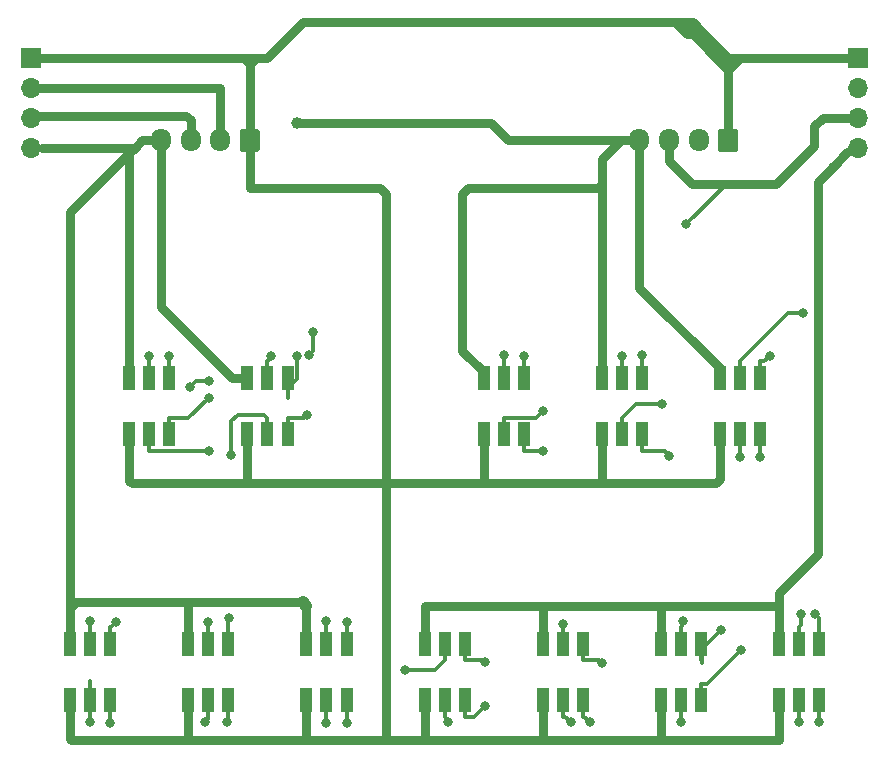
<source format=gbr>
G04 #@! TF.GenerationSoftware,KiCad,Pcbnew,(5.1.0)-1*
G04 #@! TF.CreationDate,2019-04-08T11:36:16+09:00*
G04 #@! TF.ProjectId,APA102,41504131-3032-42e6-9b69-6361645f7063,rev?*
G04 #@! TF.SameCoordinates,Original*
G04 #@! TF.FileFunction,Copper,L1,Top*
G04 #@! TF.FilePolarity,Positive*
%FSLAX46Y46*%
G04 Gerber Fmt 4.6, Leading zero omitted, Abs format (unit mm)*
G04 Created by KiCad (PCBNEW (5.1.0)-1) date 2019-04-08 11:36:16*
%MOMM*%
%LPD*%
G04 APERTURE LIST*
%ADD10R,1.100000X2.000000*%
%ADD11O,1.700000X1.700000*%
%ADD12R,1.700000X1.700000*%
%ADD13C,0.100000*%
%ADD14C,1.700000*%
%ADD15O,1.700000X1.950000*%
%ADD16C,0.800000*%
%ADD17C,1.000000*%
%ADD18C,0.750000*%
%ADD19C,0.300000*%
%ADD20C,1.000000*%
G04 APERTURE END LIST*
D10*
X103300000Y-88400000D03*
X105000000Y-88400000D03*
X106700000Y-88400000D03*
X106700000Y-83600000D03*
X105000000Y-83600000D03*
X103300000Y-83600000D03*
X108300000Y-61100000D03*
X110000000Y-61100000D03*
X111700000Y-61100000D03*
X111700000Y-65900000D03*
X110000000Y-65900000D03*
X108300000Y-65900000D03*
X113300000Y-88400000D03*
X115000000Y-88400000D03*
X116700000Y-88400000D03*
X116700000Y-83600000D03*
X115000000Y-83600000D03*
X113300000Y-83600000D03*
X118300000Y-61100000D03*
X120000000Y-61100000D03*
X121700000Y-61100000D03*
X121700000Y-65900000D03*
X120000000Y-65900000D03*
X118300000Y-65900000D03*
X123300000Y-88400000D03*
X125000000Y-88400000D03*
X126700000Y-88400000D03*
X126700000Y-83600000D03*
X125000000Y-83600000D03*
X123300000Y-83600000D03*
X133300000Y-83600000D03*
X135000000Y-83600000D03*
X136700000Y-83600000D03*
X136700000Y-88400000D03*
X135000000Y-88400000D03*
X133300000Y-88400000D03*
X138300000Y-65900000D03*
X140000000Y-65900000D03*
X141700000Y-65900000D03*
X141700000Y-61100000D03*
X140000000Y-61100000D03*
X138300000Y-61100000D03*
X143300000Y-83600000D03*
X145000000Y-83600000D03*
X146700000Y-83600000D03*
X146700000Y-88400000D03*
X145000000Y-88400000D03*
X143300000Y-88400000D03*
X148300000Y-65900000D03*
X150000000Y-65900000D03*
X151700000Y-65900000D03*
X151700000Y-61100000D03*
X150000000Y-61100000D03*
X148300000Y-61100000D03*
X153300000Y-83600000D03*
X155000000Y-83600000D03*
X156700000Y-83600000D03*
X156700000Y-88400000D03*
X155000000Y-88400000D03*
X153300000Y-88400000D03*
X158300000Y-65900000D03*
X160000000Y-65900000D03*
X161700000Y-65900000D03*
X161700000Y-61100000D03*
X160000000Y-61100000D03*
X158300000Y-61100000D03*
X163300000Y-83600000D03*
X165000000Y-83600000D03*
X166700000Y-83600000D03*
X166700000Y-88400000D03*
X165000000Y-88400000D03*
X163300000Y-88400000D03*
D11*
X100000000Y-41620000D03*
X100000000Y-39080000D03*
X100000000Y-36540000D03*
D12*
X100000000Y-34000000D03*
X170000000Y-34000000D03*
D11*
X170000000Y-36540000D03*
X170000000Y-39080000D03*
X170000000Y-41620000D03*
D13*
G36*
X119124504Y-40026204D02*
G01*
X119148773Y-40029804D01*
X119172571Y-40035765D01*
X119195671Y-40044030D01*
X119217849Y-40054520D01*
X119238893Y-40067133D01*
X119258598Y-40081747D01*
X119276777Y-40098223D01*
X119293253Y-40116402D01*
X119307867Y-40136107D01*
X119320480Y-40157151D01*
X119330970Y-40179329D01*
X119339235Y-40202429D01*
X119345196Y-40226227D01*
X119348796Y-40250496D01*
X119350000Y-40275000D01*
X119350000Y-41725000D01*
X119348796Y-41749504D01*
X119345196Y-41773773D01*
X119339235Y-41797571D01*
X119330970Y-41820671D01*
X119320480Y-41842849D01*
X119307867Y-41863893D01*
X119293253Y-41883598D01*
X119276777Y-41901777D01*
X119258598Y-41918253D01*
X119238893Y-41932867D01*
X119217849Y-41945480D01*
X119195671Y-41955970D01*
X119172571Y-41964235D01*
X119148773Y-41970196D01*
X119124504Y-41973796D01*
X119100000Y-41975000D01*
X117900000Y-41975000D01*
X117875496Y-41973796D01*
X117851227Y-41970196D01*
X117827429Y-41964235D01*
X117804329Y-41955970D01*
X117782151Y-41945480D01*
X117761107Y-41932867D01*
X117741402Y-41918253D01*
X117723223Y-41901777D01*
X117706747Y-41883598D01*
X117692133Y-41863893D01*
X117679520Y-41842849D01*
X117669030Y-41820671D01*
X117660765Y-41797571D01*
X117654804Y-41773773D01*
X117651204Y-41749504D01*
X117650000Y-41725000D01*
X117650000Y-40275000D01*
X117651204Y-40250496D01*
X117654804Y-40226227D01*
X117660765Y-40202429D01*
X117669030Y-40179329D01*
X117679520Y-40157151D01*
X117692133Y-40136107D01*
X117706747Y-40116402D01*
X117723223Y-40098223D01*
X117741402Y-40081747D01*
X117761107Y-40067133D01*
X117782151Y-40054520D01*
X117804329Y-40044030D01*
X117827429Y-40035765D01*
X117851227Y-40029804D01*
X117875496Y-40026204D01*
X117900000Y-40025000D01*
X119100000Y-40025000D01*
X119124504Y-40026204D01*
X119124504Y-40026204D01*
G37*
D14*
X118500000Y-41000000D03*
D15*
X116000000Y-41000000D03*
X113500000Y-41000000D03*
X111000000Y-41000000D03*
X151500000Y-41000000D03*
X154000000Y-41000000D03*
X156500000Y-41000000D03*
D13*
G36*
X159624504Y-40026204D02*
G01*
X159648773Y-40029804D01*
X159672571Y-40035765D01*
X159695671Y-40044030D01*
X159717849Y-40054520D01*
X159738893Y-40067133D01*
X159758598Y-40081747D01*
X159776777Y-40098223D01*
X159793253Y-40116402D01*
X159807867Y-40136107D01*
X159820480Y-40157151D01*
X159830970Y-40179329D01*
X159839235Y-40202429D01*
X159845196Y-40226227D01*
X159848796Y-40250496D01*
X159850000Y-40275000D01*
X159850000Y-41725000D01*
X159848796Y-41749504D01*
X159845196Y-41773773D01*
X159839235Y-41797571D01*
X159830970Y-41820671D01*
X159820480Y-41842849D01*
X159807867Y-41863893D01*
X159793253Y-41883598D01*
X159776777Y-41901777D01*
X159758598Y-41918253D01*
X159738893Y-41932867D01*
X159717849Y-41945480D01*
X159695671Y-41955970D01*
X159672571Y-41964235D01*
X159648773Y-41970196D01*
X159624504Y-41973796D01*
X159600000Y-41975000D01*
X158400000Y-41975000D01*
X158375496Y-41973796D01*
X158351227Y-41970196D01*
X158327429Y-41964235D01*
X158304329Y-41955970D01*
X158282151Y-41945480D01*
X158261107Y-41932867D01*
X158241402Y-41918253D01*
X158223223Y-41901777D01*
X158206747Y-41883598D01*
X158192133Y-41863893D01*
X158179520Y-41842849D01*
X158169030Y-41820671D01*
X158160765Y-41797571D01*
X158154804Y-41773773D01*
X158151204Y-41749504D01*
X158150000Y-41725000D01*
X158150000Y-40275000D01*
X158151204Y-40250496D01*
X158154804Y-40226227D01*
X158160765Y-40202429D01*
X158169030Y-40179329D01*
X158179520Y-40157151D01*
X158192133Y-40136107D01*
X158206747Y-40116402D01*
X158223223Y-40098223D01*
X158241402Y-40081747D01*
X158261107Y-40067133D01*
X158282151Y-40054520D01*
X158304329Y-40044030D01*
X158327429Y-40035765D01*
X158351227Y-40029804D01*
X158375496Y-40026204D01*
X158400000Y-40025000D01*
X159600000Y-40025000D01*
X159624504Y-40026204D01*
X159624504Y-40026204D01*
G37*
D14*
X159000000Y-41000000D03*
D16*
X110000000Y-59240000D03*
X104975000Y-90270300D03*
X106700000Y-90292900D03*
X115015800Y-61341100D03*
X113415100Y-61875200D03*
X111700000Y-59240200D03*
X107177600Y-81734900D03*
X105000000Y-81715100D03*
X167882000Y-43218500D03*
D17*
X122500000Y-39500000D03*
D16*
X116768800Y-81437500D03*
X123536800Y-59146700D03*
X123881300Y-57189000D03*
X115021300Y-62769400D03*
X115000000Y-81746900D03*
X115025800Y-67300300D03*
X114742200Y-90277600D03*
X120316400Y-59243100D03*
X116537500Y-90269800D03*
X122467400Y-59214500D03*
X126700000Y-81739500D03*
X123367400Y-64232600D03*
X125000000Y-81703200D03*
X116950000Y-67676400D03*
X125000000Y-90325000D03*
X131630000Y-85811200D03*
X126700000Y-90290700D03*
X138379800Y-85175100D03*
X141700000Y-59230600D03*
X138378400Y-88919600D03*
X140000000Y-59173500D03*
X135275000Y-90270300D03*
X143358800Y-63891100D03*
X145000000Y-81946100D03*
X143366000Y-67300300D03*
X148365900Y-85265900D03*
X151700000Y-59173500D03*
X147308600Y-90265900D03*
X150000000Y-59245400D03*
X145683600Y-90265900D03*
X153367200Y-63304200D03*
X155222000Y-81699400D03*
X158391500Y-82442100D03*
X154031300Y-67700100D03*
X162550000Y-59232700D03*
X160058100Y-84163700D03*
X165305400Y-55648000D03*
X155025000Y-90270300D03*
X160000000Y-67805500D03*
X165195300Y-81079400D03*
X161700000Y-67811400D03*
X166375000Y-81079400D03*
X166700000Y-90254700D03*
X165000000Y-90254700D03*
X155475900Y-48100500D03*
D18*
X130000000Y-70000000D02*
X118400000Y-70000000D01*
X138400000Y-70000000D02*
X130000000Y-70000000D01*
X118400000Y-70000000D02*
X108500000Y-70000000D01*
X108500000Y-70000000D02*
X108300000Y-69800000D01*
X108300000Y-69800000D02*
X108300000Y-65900000D01*
X148500000Y-70000000D02*
X148300000Y-69800000D01*
X148300000Y-69800000D02*
X148300000Y-65900000D01*
X158300000Y-65900000D02*
X158300000Y-69700000D01*
X158300000Y-69700000D02*
X158000000Y-70000000D01*
X158000000Y-70000000D02*
X148500000Y-70000000D01*
X115000000Y-34000000D02*
X100925000Y-34000000D01*
X118000000Y-34000000D02*
X115000000Y-34000000D01*
X159000000Y-34000000D02*
X159000000Y-35000000D01*
X157000000Y-32000000D02*
X159000000Y-34000000D01*
X159000000Y-34000000D02*
X158000000Y-34000000D01*
X160000000Y-34000000D02*
X159000000Y-34000000D01*
X158000000Y-34000000D02*
X156000000Y-32000000D01*
X118500000Y-34500000D02*
X118000000Y-34000000D01*
X118500000Y-34500000D02*
X119000000Y-34000000D01*
X160000000Y-34000000D02*
X169075000Y-34000000D01*
X118500000Y-41000000D02*
X118500000Y-34500000D01*
X119000000Y-34000000D02*
X120000000Y-34000000D01*
X160000000Y-34000000D02*
X159000000Y-35000000D01*
X163300000Y-88400000D02*
X163300000Y-91800000D01*
X163300000Y-91800000D02*
X153400000Y-91800000D01*
X153400000Y-91800000D02*
X153300000Y-91700000D01*
X153300000Y-91700000D02*
X153300000Y-88400000D01*
X143300000Y-88400000D02*
X143300000Y-91700000D01*
X143300000Y-91700000D02*
X143400000Y-91800000D01*
X133300000Y-88400000D02*
X133300000Y-91500000D01*
X133300000Y-91500000D02*
X133600000Y-91800000D01*
X133600000Y-91800000D02*
X138000000Y-91800000D01*
X123500000Y-91800000D02*
X123300000Y-91600000D01*
X123300000Y-91600000D02*
X123300000Y-88400000D01*
X123500000Y-91800000D02*
X113400000Y-91800000D01*
X113400000Y-91800000D02*
X113300000Y-91700000D01*
X113300000Y-91700000D02*
X113300000Y-88400000D01*
X113400000Y-91800000D02*
X103400000Y-91800000D01*
X103400000Y-91800000D02*
X103300000Y-91700000D01*
X103300000Y-91700000D02*
X103300000Y-88400000D01*
X148500000Y-70000000D02*
X138400000Y-70000000D01*
X138400000Y-70000000D02*
X138300000Y-69900000D01*
X138300000Y-69900000D02*
X138300000Y-65900000D01*
X118400000Y-70000000D02*
X118300000Y-69900000D01*
X118300000Y-69900000D02*
X118300000Y-65900000D01*
X130000000Y-70000000D02*
X130000000Y-91700000D01*
X130000000Y-91700000D02*
X129900000Y-91800000D01*
X129900000Y-91800000D02*
X123500000Y-91800000D01*
X138000000Y-91800000D02*
X133600000Y-91800000D01*
X133600000Y-91800000D02*
X129900000Y-91800000D01*
X143400000Y-91800000D02*
X143800000Y-91800000D01*
X143800000Y-91800000D02*
X153400000Y-91800000D01*
X138000000Y-91800000D02*
X143400000Y-91800000D01*
X143400000Y-91800000D02*
X143800000Y-91800000D01*
X158000000Y-34000000D02*
X159000000Y-35000000D01*
X159000000Y-35000000D02*
X159000000Y-41000000D01*
X115000000Y-34000000D02*
X118000000Y-34000000D01*
X118000000Y-34000000D02*
X119000000Y-34000000D01*
X118500000Y-41000000D02*
X118500000Y-45000000D01*
X118500000Y-45000000D02*
X129500000Y-45000000D01*
X130000000Y-45500000D02*
X130000000Y-70000000D01*
X129500000Y-45000000D02*
X130000000Y-45500000D01*
X156000000Y-31000000D02*
X157000000Y-32000000D01*
X119000000Y-34000000D02*
X120000000Y-34000000D01*
X120000000Y-34000000D02*
X123000000Y-31000000D01*
X155500000Y-32000000D02*
X154500000Y-31000000D01*
X156000000Y-32000000D02*
X155500000Y-32000000D01*
X123000000Y-31000000D02*
X154500000Y-31000000D01*
X156000000Y-32000000D02*
X155000000Y-31000000D01*
X157000000Y-32000000D02*
X156000000Y-32000000D01*
X154500000Y-31000000D02*
X155000000Y-31000000D01*
X155000000Y-31000000D02*
X156000000Y-31000000D01*
D19*
X105000000Y-87574600D02*
X104975000Y-87599600D01*
X104975000Y-87599600D02*
X104975000Y-90270300D01*
X110000000Y-59240000D02*
X110000000Y-61100000D01*
X105000000Y-87574600D02*
X105000000Y-88400000D01*
X105000000Y-86749200D02*
X105000000Y-87574600D01*
X106700000Y-88400000D02*
X106700000Y-90292900D01*
X111700000Y-61100000D02*
X111700000Y-59240200D01*
X115015800Y-61341100D02*
X113949200Y-61341100D01*
X113949200Y-61341100D02*
X113415100Y-61875200D01*
X107177600Y-81734900D02*
X106712800Y-82199700D01*
X106712800Y-82199700D02*
X106700000Y-82199700D01*
X106700000Y-83600000D02*
X106700000Y-82199700D01*
D18*
X116000000Y-40875000D02*
X115800000Y-40675000D01*
X116000000Y-41000000D02*
X116000000Y-40875000D01*
X116000000Y-41000000D02*
X116000000Y-40875000D01*
X116000000Y-40875000D02*
X116000000Y-36600000D01*
X116000000Y-36600000D02*
X100675000Y-36600000D01*
D19*
X105000000Y-81715100D02*
X105000000Y-83600000D01*
D18*
X113500000Y-41000000D02*
X113500000Y-39275000D01*
X113500000Y-39275000D02*
X113125000Y-38900000D01*
X113125000Y-38900000D02*
X100675000Y-38900000D01*
X149900000Y-41000000D02*
X151500000Y-41000000D01*
X148300000Y-42600000D02*
X149900000Y-41000000D01*
X113300000Y-80100000D02*
X113300000Y-83600000D01*
X103300000Y-80600000D02*
X103800000Y-80100000D01*
X103800000Y-80100000D02*
X113300000Y-80100000D01*
X108780000Y-41620000D02*
X109400000Y-41000000D01*
X108300000Y-42100000D02*
X108780000Y-41620000D01*
X108780000Y-41620000D02*
X100925000Y-41620000D01*
X109400000Y-41000000D02*
X108780000Y-41620000D01*
X140400000Y-41000000D02*
X149900000Y-41000000D01*
X108300000Y-61100000D02*
X108300000Y-42100000D01*
X118300000Y-61100000D02*
X117000000Y-61100000D01*
X117000000Y-61100000D02*
X111000000Y-55100000D01*
X111000000Y-55100000D02*
X111000000Y-41000000D01*
X158300000Y-61100000D02*
X158300000Y-60300000D01*
X158300000Y-60300000D02*
X151500000Y-53500000D01*
X151500000Y-53500000D02*
X151500000Y-41000000D01*
X123300000Y-80400000D02*
X123300000Y-83600000D01*
X143300000Y-80400000D02*
X153200000Y-80400000D01*
X153200000Y-80400000D02*
X153300000Y-80500000D01*
X153300000Y-80500000D02*
X153300000Y-83600000D01*
X109400000Y-41000000D02*
X111000000Y-41000000D01*
X103300000Y-83600000D02*
X103300000Y-80600000D01*
X103300000Y-83600000D02*
X103300000Y-80600000D01*
X103300000Y-80600000D02*
X103300000Y-47100000D01*
X103300000Y-47100000D02*
X108300000Y-42100000D01*
X108300000Y-42100000D02*
X108780000Y-41620000D01*
X108780000Y-41620000D02*
X109400000Y-41000000D01*
X153200000Y-80400000D02*
X163300000Y-80400000D01*
X163300000Y-80400000D02*
X163300000Y-83600000D01*
X133300000Y-83600000D02*
X133300000Y-80400000D01*
X133300000Y-80400000D02*
X143300000Y-80400000D01*
X143300000Y-80400000D02*
X143300000Y-83600000D01*
X149900000Y-41000000D02*
X151500000Y-41000000D01*
X113300000Y-80100000D02*
X123000000Y-80100000D01*
D20*
X123000000Y-80100000D02*
X123300000Y-80400000D01*
D18*
X163300000Y-80400000D02*
X163300000Y-79300000D01*
X163300000Y-79300000D02*
X166600000Y-76000000D01*
X166600000Y-76000000D02*
X166600000Y-44500000D01*
X166600000Y-44500000D02*
X167882000Y-43218500D01*
X167882000Y-43218500D02*
X169075000Y-42025000D01*
X130500000Y-39500000D02*
X122500000Y-39500000D01*
X138900000Y-39500000D02*
X140400000Y-41000000D01*
X130500000Y-39500000D02*
X138900000Y-39500000D01*
X148300000Y-44700000D02*
X148300000Y-42600000D01*
X148300000Y-61100000D02*
X148300000Y-44700000D01*
X148000000Y-45000000D02*
X148300000Y-44700000D01*
X137000000Y-45000000D02*
X148000000Y-45000000D01*
X136500000Y-45500000D02*
X137000000Y-45000000D01*
X136500000Y-58850000D02*
X136500000Y-45500000D01*
X138300000Y-61100000D02*
X138300000Y-60650000D01*
X138300000Y-60650000D02*
X136500000Y-58850000D01*
D19*
X123881300Y-57189000D02*
X123881300Y-58802200D01*
X123881300Y-58802200D02*
X123536800Y-59146700D01*
X111700000Y-64499700D02*
X113291000Y-64499700D01*
X113291000Y-64499700D02*
X115021300Y-62769400D01*
X111700000Y-65900000D02*
X111700000Y-64499700D01*
X116768800Y-81437500D02*
X116700000Y-81506300D01*
X116700000Y-81506300D02*
X116700000Y-83600000D01*
X110000000Y-67300300D02*
X115025800Y-67300300D01*
X110000000Y-65900000D02*
X110000000Y-67300300D01*
X115000000Y-83600000D02*
X115000000Y-81746900D01*
X120000000Y-59699700D02*
X120316400Y-59383300D01*
X120316400Y-59383300D02*
X120316400Y-59243100D01*
X120000000Y-61100000D02*
X120000000Y-59699700D01*
X114742200Y-90277600D02*
X115000000Y-90019800D01*
X115000000Y-90019800D02*
X115000000Y-88400000D01*
X122467400Y-59214500D02*
X122467400Y-61180400D01*
X122467400Y-61180400D02*
X121700000Y-61947800D01*
X116537500Y-90269800D02*
X116700000Y-90107300D01*
X116700000Y-90107300D02*
X116700000Y-88400000D01*
X121700000Y-61947800D02*
X121700000Y-61100000D01*
X121700000Y-62795700D02*
X121700000Y-61947800D01*
X121700000Y-64499700D02*
X123100300Y-64499700D01*
X123100300Y-64499700D02*
X123367400Y-64232600D01*
X121700000Y-65900000D02*
X121700000Y-64499700D01*
X126700000Y-81739500D02*
X126700000Y-83600000D01*
X120000000Y-65900000D02*
X120000000Y-64499700D01*
X125000000Y-81703200D02*
X125000000Y-83600000D01*
X120000000Y-64499700D02*
X119733400Y-64233100D01*
X119733400Y-64233100D02*
X117470800Y-64233100D01*
X117470800Y-64233100D02*
X116950000Y-64753900D01*
X116950000Y-64753900D02*
X116950000Y-67676400D01*
X135000000Y-83600000D02*
X135000000Y-85000300D01*
X125000000Y-90325000D02*
X125000000Y-88400000D01*
X135000000Y-85000300D02*
X134189100Y-85811200D01*
X134189100Y-85811200D02*
X131630000Y-85811200D01*
X136700000Y-83600000D02*
X136700000Y-85000300D01*
X136700000Y-85000300D02*
X138205000Y-85000300D01*
X138205000Y-85000300D02*
X138379800Y-85175100D01*
X126700000Y-90290700D02*
X126700000Y-88400000D01*
X136700000Y-89800300D02*
X137497700Y-89800300D01*
X137497700Y-89800300D02*
X138378400Y-88919600D01*
X136700000Y-88400000D02*
X136700000Y-89800300D01*
X141700000Y-59230600D02*
X141700000Y-61100000D01*
X135000000Y-88400000D02*
X135000000Y-89800300D01*
X135000000Y-89800300D02*
X135275000Y-90075300D01*
X135275000Y-90075300D02*
X135275000Y-90270300D01*
X140000000Y-59173500D02*
X140000000Y-61100000D01*
X143358800Y-63891100D02*
X142750200Y-64499700D01*
X142750200Y-64499700D02*
X140000000Y-64499700D01*
X140000000Y-65900000D02*
X140000000Y-64499700D01*
X145000000Y-81946100D02*
X145000000Y-83600000D01*
X146700000Y-85000300D02*
X148100300Y-85000300D01*
X148100300Y-85000300D02*
X148365900Y-85265900D01*
X146700000Y-83600000D02*
X146700000Y-85000300D01*
X143366000Y-67300300D02*
X141700000Y-67300300D01*
X141700000Y-65900000D02*
X141700000Y-67300300D01*
X146700000Y-88400000D02*
X146700000Y-89800300D01*
X146700000Y-89800300D02*
X146843000Y-89800300D01*
X146843000Y-89800300D02*
X147308600Y-90265900D01*
X151700000Y-59173500D02*
X151700000Y-61100000D01*
X145000000Y-88400000D02*
X145000000Y-89800300D01*
X145000000Y-89800300D02*
X145218000Y-89800300D01*
X145218000Y-89800300D02*
X145683600Y-90265900D01*
X150000000Y-59245400D02*
X150000000Y-61100000D01*
X150000000Y-64499700D02*
X151195500Y-63304200D01*
X151195500Y-63304200D02*
X153367200Y-63304200D01*
X155000000Y-83600000D02*
X155000000Y-82199700D01*
X150000000Y-65900000D02*
X150000000Y-64499700D01*
X155000000Y-82199700D02*
X155222000Y-81977700D01*
X155222000Y-81977700D02*
X155222000Y-81699400D01*
X151700000Y-67300300D02*
X153631500Y-67300300D01*
X153631500Y-67300300D02*
X154031300Y-67700100D01*
X151700000Y-65900000D02*
X151700000Y-67300300D01*
X158391500Y-82442100D02*
X156788000Y-84045600D01*
X156788000Y-84045600D02*
X156788000Y-85087800D01*
X156788000Y-85087800D02*
X156788000Y-85252500D01*
X156700000Y-83600000D02*
X156700000Y-85000300D01*
X156700000Y-85000300D02*
X156788000Y-85087800D01*
X156700000Y-86999700D02*
X157222100Y-86999700D01*
X157222100Y-86999700D02*
X160058100Y-84163700D01*
X161700000Y-61100000D02*
X161700000Y-59699700D01*
X156700000Y-88400000D02*
X156700000Y-86999700D01*
X162550000Y-59232700D02*
X162083000Y-59699700D01*
X162083000Y-59699700D02*
X161700000Y-59699700D01*
X165305400Y-55648000D02*
X164051700Y-55648000D01*
X164051700Y-55648000D02*
X160000000Y-59699700D01*
X160000000Y-61100000D02*
X160000000Y-59699700D01*
X155000000Y-88400000D02*
X155000000Y-89800300D01*
X155000000Y-89800300D02*
X155025000Y-89825300D01*
X155025000Y-89825300D02*
X155025000Y-90270300D01*
X165000000Y-83600000D02*
X165000000Y-82199700D01*
X160000000Y-67805500D02*
X160000000Y-65900000D01*
X165000000Y-82199700D02*
X165195300Y-82004400D01*
X165195300Y-82004400D02*
X165195300Y-81079400D01*
X161700000Y-67811400D02*
X161700000Y-65900000D01*
X166375000Y-81079400D02*
X166700000Y-81404400D01*
X166700000Y-81404400D02*
X166700000Y-83600000D01*
X166700000Y-90254700D02*
X166700000Y-88400000D01*
X165000000Y-90254700D02*
X165000000Y-88400000D01*
X158876400Y-44700000D02*
X155475900Y-48100500D01*
D18*
X158876400Y-44700000D02*
X163100000Y-44700000D01*
X163100000Y-44700000D02*
X166300000Y-41500000D01*
X166300000Y-41500000D02*
X166300000Y-39800000D01*
X166300000Y-39800000D02*
X167020000Y-39080000D01*
X167020000Y-39080000D02*
X169325000Y-39080000D01*
X154000000Y-41000000D02*
X154000000Y-42725000D01*
X154000000Y-42725000D02*
X155975000Y-44700000D01*
X155975000Y-44700000D02*
X158876400Y-44700000D01*
M02*

</source>
